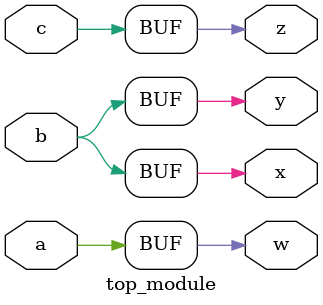
<source format=v>
module top_module( 
    input a,b,c,
    output w,x,y,z );
assign w=a;
assign x=b;
assign y=b;
assign z=c;
    
    
endmodule

</source>
